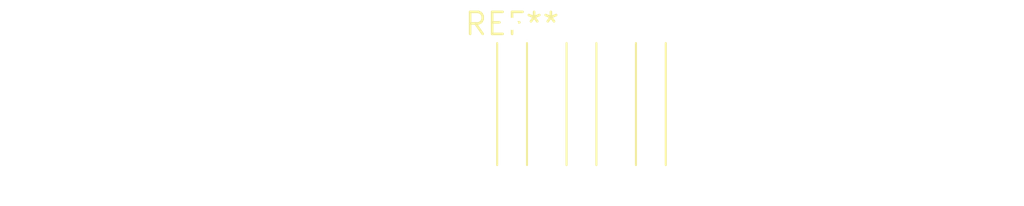
<source format=kicad_pcb>
(kicad_pcb (version 20240108) (generator pcbnew)
  (layers (0 "F.Cu" signal) (31 "B.Cu" signal) (34 "B.Paste" user) (35 "F.Paste" user) (36 "B.SilkS" user "B.Silkscreen") (37 "F.SilkS" user "F.Silkscreen") (38 "B.Mask" user) (39 "F.Mask" user) (44 "Edge.Cuts" user))
  (net 0 "")
  (footprint "SolderWire-0.15sqmm_1x03_P4mm_D0.5mm_OD1.5mm_Relief" (layer "F.Cu") (at 0 0)
    (property "Reference" "REF**")
    (property "Value" "SolderWire-0.15sqmm_1x03_P4mm_D0.5mm_OD1.5mm_Relief")
    (fp_line (start -0.86 1.11) (end -0.86 8.14) (layer "F.SilkS") (stroke (width 0.12)))
    (fp_line (start 0.86 1.11) (end 0.86 8.14) (layer "F.SilkS") (stroke (width 0.12)))
    (fp_line (start 3.14 1.11) (end 3.14 8.14) (layer "F.SilkS") (stroke (width 0.12)))
    (fp_line (start 4.86 1.11) (end 4.86 8.14) (layer "F.SilkS") (stroke (width 0.12)))
    (fp_line (start 7.14 1.11) (end 7.14 8.14) (layer "F.SilkS") (stroke (width 0.12)))
    (fp_line (start 8.86 1.11) (end 8.86 8.14) (layer "F.SilkS") (stroke (width 0.12)))
    (pad "" np_thru_hole circle (at 0 9) (size 2 2) (drill 2) (layers *.Cu *.Mask))
    (pad "" np_thru_hole circle (at 4 9) (size 2 2) (drill 2) (layers *.Cu *.Mask))
    (pad "" np_thru_hole circle (at 8 9) (size 2 2) (drill 2) (layers *.Cu *.Mask))
    (pad "1" thru_hole roundrect (at 0 0) (size 1.7 1.7) (drill 0.7) (layers *.Cu *.Mask) (remove_unused_layers) (roundrect_rratio 0.147059))
    (pad "2" thru_hole circle (at 4 0) (size 1.7 1.7) (drill 0.7) (layers *.Cu *.Mask) (remove_unused_layers))
    (pad "3" thru_hole circle (at 8 0) (size 1.7 1.7) (drill 0.7) (layers *.Cu *.Mask) (remove_unused_layers))
  )
)
</source>
